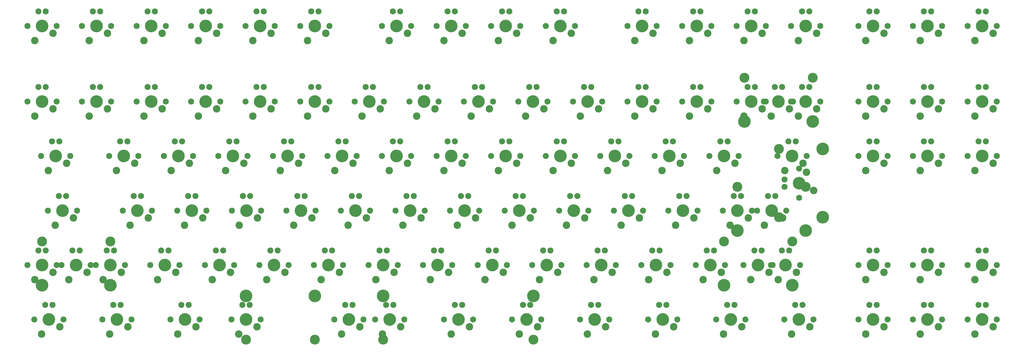
<source format=gbr>
G04 #@! TF.GenerationSoftware,KiCad,Pcbnew,5.1.5-52549c5~84~ubuntu16.04.1*
G04 #@! TF.CreationDate,2019-12-22T20:02:01+06:00*
G04 #@! TF.ProjectId,wasd-keyboard,77617364-2d6b-4657-9962-6f6172642e6b,rev?*
G04 #@! TF.SameCoordinates,Original*
G04 #@! TF.FileFunction,Soldermask,Top*
G04 #@! TF.FilePolarity,Negative*
%FSLAX46Y46*%
G04 Gerber Fmt 4.6, Leading zero omitted, Abs format (unit mm)*
G04 Created by KiCad (PCBNEW 5.1.5-52549c5~84~ubuntu16.04.1) date 2019-12-22 20:02:01*
%MOMM*%
%LPD*%
G04 APERTURE LIST*
%ADD10C,2.600000*%
%ADD11C,4.400000*%
%ADD12C,2.100000*%
%ADD13C,3.450000*%
G04 APERTURE END LIST*
D10*
X57500000Y-117000000D03*
X63850000Y-114460000D03*
D11*
X60040000Y-111920000D03*
D12*
X65120000Y-111920000D03*
X54960000Y-111920000D03*
X58770000Y-106840000D03*
X61310000Y-106840000D03*
D10*
X76500000Y-117000000D03*
X82850000Y-114460000D03*
D11*
X79040000Y-111920000D03*
D12*
X84120000Y-111920000D03*
X73960000Y-111920000D03*
X77770000Y-106840000D03*
X80310000Y-106840000D03*
D10*
X95500000Y-117000000D03*
X101850000Y-114460000D03*
D11*
X98040000Y-111920000D03*
D12*
X103120000Y-111920000D03*
X92960000Y-111920000D03*
X96770000Y-106840000D03*
X99310000Y-106840000D03*
D10*
X114500000Y-117000000D03*
X120850000Y-114460000D03*
D11*
X117040000Y-111920000D03*
D12*
X122120000Y-111920000D03*
X111960000Y-111920000D03*
X115770000Y-106840000D03*
X118310000Y-106840000D03*
D10*
X133500000Y-117000000D03*
X139850000Y-114460000D03*
D11*
X136040000Y-111920000D03*
D12*
X141120000Y-111920000D03*
X130960000Y-111920000D03*
X134770000Y-106840000D03*
X137310000Y-106840000D03*
X156310000Y-106840000D03*
X153770000Y-106840000D03*
X149960000Y-111920000D03*
X160120000Y-111920000D03*
D11*
X155040000Y-111920000D03*
D10*
X158850000Y-114460000D03*
X152500000Y-117000000D03*
D12*
X184810000Y-106840000D03*
X182270000Y-106840000D03*
X178460000Y-111920000D03*
X188620000Y-111920000D03*
D11*
X183540000Y-111920000D03*
D10*
X187350000Y-114460000D03*
X181000000Y-117000000D03*
X200000000Y-117000000D03*
X206350000Y-114460000D03*
D11*
X202540000Y-111920000D03*
D12*
X207620000Y-111920000D03*
X197460000Y-111920000D03*
X201270000Y-106840000D03*
X203810000Y-106840000D03*
X222810000Y-106840000D03*
X220270000Y-106840000D03*
X216460000Y-111920000D03*
X226620000Y-111920000D03*
D11*
X221540000Y-111920000D03*
D10*
X225350000Y-114460000D03*
X219000000Y-117000000D03*
X238000000Y-117000000D03*
X244350000Y-114460000D03*
D11*
X240540000Y-111920000D03*
D12*
X245620000Y-111920000D03*
X235460000Y-111920000D03*
X239270000Y-106840000D03*
X241810000Y-106840000D03*
D10*
X266500000Y-117000000D03*
X272850000Y-114460000D03*
D11*
X269040000Y-111920000D03*
D12*
X274120000Y-111920000D03*
X263960000Y-111920000D03*
X267770000Y-106840000D03*
X270310000Y-106840000D03*
X289310000Y-106840000D03*
X286770000Y-106840000D03*
X282960000Y-111920000D03*
X293120000Y-111920000D03*
D11*
X288040000Y-111920000D03*
D10*
X291850000Y-114460000D03*
X285500000Y-117000000D03*
X304500000Y-117000000D03*
X310850000Y-114460000D03*
D11*
X307040000Y-111920000D03*
D12*
X312120000Y-111920000D03*
X301960000Y-111920000D03*
X305770000Y-106840000D03*
X308310000Y-106840000D03*
X327310000Y-106840000D03*
X324770000Y-106840000D03*
X320960000Y-111920000D03*
X331120000Y-111920000D03*
D11*
X326040000Y-111920000D03*
D10*
X329850000Y-114460000D03*
X323500000Y-117000000D03*
D12*
X350710000Y-106840000D03*
X348170000Y-106840000D03*
X344360000Y-111920000D03*
X354520000Y-111920000D03*
D11*
X349440000Y-111920000D03*
D10*
X353250000Y-114460000D03*
X346900000Y-117000000D03*
X365900000Y-117000000D03*
X372250000Y-114460000D03*
D11*
X368440000Y-111920000D03*
D12*
X373520000Y-111920000D03*
X363360000Y-111920000D03*
X367170000Y-106840000D03*
X369710000Y-106840000D03*
X388710000Y-106840000D03*
X386170000Y-106840000D03*
X382360000Y-111920000D03*
X392520000Y-111920000D03*
D11*
X387440000Y-111920000D03*
D10*
X391250000Y-114460000D03*
X384900000Y-117000000D03*
D12*
X61310000Y-133140000D03*
X58770000Y-133140000D03*
X54960000Y-138220000D03*
X65120000Y-138220000D03*
D11*
X60040000Y-138220000D03*
D10*
X63850000Y-140760000D03*
X57500000Y-143300000D03*
X76500000Y-143300000D03*
X82850000Y-140760000D03*
D11*
X79040000Y-138220000D03*
D12*
X84120000Y-138220000D03*
X73960000Y-138220000D03*
X77770000Y-133140000D03*
X80310000Y-133140000D03*
X99310000Y-133140000D03*
X96770000Y-133140000D03*
X92960000Y-138220000D03*
X103120000Y-138220000D03*
D11*
X98040000Y-138220000D03*
D10*
X101850000Y-140760000D03*
X95500000Y-143300000D03*
X114500000Y-143300000D03*
X120850000Y-140760000D03*
D11*
X117040000Y-138220000D03*
D12*
X122120000Y-138220000D03*
X111960000Y-138220000D03*
X115770000Y-133140000D03*
X118310000Y-133140000D03*
D10*
X133500000Y-143300000D03*
X139850000Y-140760000D03*
D11*
X136040000Y-138220000D03*
D12*
X141120000Y-138220000D03*
X130960000Y-138220000D03*
X134770000Y-133140000D03*
X137310000Y-133140000D03*
D10*
X152500000Y-143300000D03*
X158850000Y-140760000D03*
D11*
X155040000Y-138220000D03*
D12*
X160120000Y-138220000D03*
X149960000Y-138220000D03*
X153770000Y-133140000D03*
X156310000Y-133140000D03*
D10*
X171500000Y-143300000D03*
X177850000Y-140760000D03*
D11*
X174040000Y-138220000D03*
D12*
X179120000Y-138220000D03*
X168960000Y-138220000D03*
X172770000Y-133140000D03*
X175310000Y-133140000D03*
X194310000Y-133140000D03*
X191770000Y-133140000D03*
X187960000Y-138220000D03*
X198120000Y-138220000D03*
D11*
X193040000Y-138220000D03*
D10*
X196850000Y-140760000D03*
X190500000Y-143300000D03*
X209500000Y-143300000D03*
X215850000Y-140760000D03*
D11*
X212040000Y-138220000D03*
D12*
X217120000Y-138220000D03*
X206960000Y-138220000D03*
X210770000Y-133140000D03*
X213310000Y-133140000D03*
D10*
X228500000Y-143300000D03*
X234850000Y-140760000D03*
D11*
X231040000Y-138220000D03*
D12*
X236120000Y-138220000D03*
X225960000Y-138220000D03*
X229770000Y-133140000D03*
X232310000Y-133140000D03*
D10*
X247500000Y-143300000D03*
X253850000Y-140760000D03*
D11*
X250040000Y-138220000D03*
D12*
X255120000Y-138220000D03*
X244960000Y-138220000D03*
X248770000Y-133140000D03*
X251310000Y-133140000D03*
D10*
X266500000Y-143300000D03*
X272850000Y-140760000D03*
D11*
X269040000Y-138220000D03*
D12*
X274120000Y-138220000D03*
X263960000Y-138220000D03*
X267770000Y-133140000D03*
X270310000Y-133140000D03*
D10*
X285500000Y-143300000D03*
X291850000Y-140760000D03*
D11*
X288040000Y-138220000D03*
D12*
X293120000Y-138220000D03*
X282960000Y-138220000D03*
X286770000Y-133140000D03*
X289310000Y-133140000D03*
D10*
X304500000Y-143300000D03*
X310850000Y-140760000D03*
D11*
X307040000Y-138220000D03*
D12*
X312120000Y-138220000D03*
X301960000Y-138220000D03*
X305770000Y-133140000D03*
X308310000Y-133140000D03*
D10*
X323500000Y-143300000D03*
X329850000Y-140760000D03*
D11*
X326040000Y-138220000D03*
D12*
X331120000Y-138220000D03*
X320960000Y-138220000D03*
X324770000Y-133140000D03*
X327310000Y-133140000D03*
D10*
X346900000Y-143300000D03*
X353250000Y-140760000D03*
D11*
X349440000Y-138220000D03*
D12*
X354520000Y-138220000D03*
X344360000Y-138220000D03*
X348170000Y-133140000D03*
X350710000Y-133140000D03*
D10*
X365900000Y-143300000D03*
X372250000Y-140760000D03*
D11*
X368440000Y-138220000D03*
D12*
X373520000Y-138220000D03*
X363360000Y-138220000D03*
X367170000Y-133140000D03*
X369710000Y-133140000D03*
X388710000Y-133140000D03*
X386170000Y-133140000D03*
X382360000Y-138220000D03*
X392520000Y-138220000D03*
D11*
X387440000Y-138220000D03*
D10*
X391250000Y-140760000D03*
X384900000Y-143300000D03*
D12*
X89810000Y-152140000D03*
X87270000Y-152140000D03*
X83460000Y-157220000D03*
X93620000Y-157220000D03*
D11*
X88540000Y-157220000D03*
D10*
X92350000Y-159760000D03*
X86000000Y-162300000D03*
D12*
X108810000Y-152140000D03*
X106270000Y-152140000D03*
X102460000Y-157220000D03*
X112620000Y-157220000D03*
D11*
X107540000Y-157220000D03*
D10*
X111350000Y-159760000D03*
X105000000Y-162300000D03*
D12*
X127810000Y-152140000D03*
X125270000Y-152140000D03*
X121460000Y-157220000D03*
X131620000Y-157220000D03*
D11*
X126540000Y-157220000D03*
D10*
X130350000Y-159760000D03*
X124000000Y-162300000D03*
D12*
X146810000Y-152140000D03*
X144270000Y-152140000D03*
X140460000Y-157220000D03*
X150620000Y-157220000D03*
D11*
X145540000Y-157220000D03*
D10*
X149350000Y-159760000D03*
X143000000Y-162300000D03*
D12*
X165810000Y-152140000D03*
X163270000Y-152140000D03*
X159460000Y-157220000D03*
X169620000Y-157220000D03*
D11*
X164540000Y-157220000D03*
D10*
X168350000Y-159760000D03*
X162000000Y-162300000D03*
X181000000Y-162300000D03*
X187350000Y-159760000D03*
D11*
X183540000Y-157220000D03*
D12*
X188620000Y-157220000D03*
X178460000Y-157220000D03*
X182270000Y-152140000D03*
X184810000Y-152140000D03*
X203810000Y-152140000D03*
X201270000Y-152140000D03*
X197460000Y-157220000D03*
X207620000Y-157220000D03*
D11*
X202540000Y-157220000D03*
D10*
X206350000Y-159760000D03*
X200000000Y-162300000D03*
D12*
X222810000Y-152140000D03*
X220270000Y-152140000D03*
X216460000Y-157220000D03*
X226620000Y-157220000D03*
D11*
X221540000Y-157220000D03*
D10*
X225350000Y-159760000D03*
X219000000Y-162300000D03*
D12*
X241810000Y-152140000D03*
X239270000Y-152140000D03*
X235460000Y-157220000D03*
X245620000Y-157220000D03*
D11*
X240540000Y-157220000D03*
D10*
X244350000Y-159760000D03*
X238000000Y-162300000D03*
D12*
X260810000Y-152140000D03*
X258270000Y-152140000D03*
X254460000Y-157220000D03*
X264620000Y-157220000D03*
D11*
X259540000Y-157220000D03*
D10*
X263350000Y-159760000D03*
X257000000Y-162300000D03*
D12*
X279810000Y-152140000D03*
X277270000Y-152140000D03*
X273460000Y-157220000D03*
X283620000Y-157220000D03*
D11*
X278540000Y-157220000D03*
D10*
X282350000Y-159760000D03*
X276000000Y-162300000D03*
D12*
X298810000Y-152140000D03*
X296270000Y-152140000D03*
X292460000Y-157220000D03*
X302620000Y-157220000D03*
D11*
X297540000Y-157220000D03*
D10*
X301350000Y-159760000D03*
X295000000Y-162300000D03*
X346900000Y-162300000D03*
X353250000Y-159760000D03*
D11*
X349440000Y-157220000D03*
D12*
X354520000Y-157220000D03*
X344360000Y-157220000D03*
X348170000Y-152140000D03*
X350710000Y-152140000D03*
D10*
X365900000Y-162300000D03*
X372250000Y-159760000D03*
D11*
X368440000Y-157220000D03*
D12*
X373520000Y-157220000D03*
X363360000Y-157220000D03*
X367170000Y-152140000D03*
X369710000Y-152140000D03*
D10*
X384900000Y-162300000D03*
X391250000Y-159760000D03*
D11*
X387440000Y-157220000D03*
D12*
X392520000Y-157220000D03*
X382360000Y-157220000D03*
X386170000Y-152140000D03*
X388710000Y-152140000D03*
D10*
X90700000Y-181300000D03*
X97050000Y-178760000D03*
D11*
X93240000Y-176220000D03*
D12*
X98320000Y-176220000D03*
X88160000Y-176220000D03*
X91970000Y-171140000D03*
X94510000Y-171140000D03*
D10*
X109700000Y-181300000D03*
X116050000Y-178760000D03*
D11*
X112240000Y-176220000D03*
D12*
X117320000Y-176220000D03*
X107160000Y-176220000D03*
X110970000Y-171140000D03*
X113510000Y-171140000D03*
D10*
X128700000Y-181300000D03*
X135050000Y-178760000D03*
D11*
X131240000Y-176220000D03*
D12*
X136320000Y-176220000D03*
X126160000Y-176220000D03*
X129970000Y-171140000D03*
X132510000Y-171140000D03*
D10*
X147700000Y-181300000D03*
X154050000Y-178760000D03*
D11*
X150240000Y-176220000D03*
D12*
X155320000Y-176220000D03*
X145160000Y-176220000D03*
X148970000Y-171140000D03*
X151510000Y-171140000D03*
D10*
X166700000Y-181300000D03*
X173050000Y-178760000D03*
D11*
X169240000Y-176220000D03*
D12*
X174320000Y-176220000D03*
X164160000Y-176220000D03*
X167970000Y-171140000D03*
X170510000Y-171140000D03*
D10*
X185700000Y-181300000D03*
X192050000Y-178760000D03*
D11*
X188240000Y-176220000D03*
D12*
X193320000Y-176220000D03*
X183160000Y-176220000D03*
X186970000Y-171140000D03*
X189510000Y-171140000D03*
D10*
X204700000Y-181300000D03*
X211050000Y-178760000D03*
D11*
X207240000Y-176220000D03*
D12*
X212320000Y-176220000D03*
X202160000Y-176220000D03*
X205970000Y-171140000D03*
X208510000Y-171140000D03*
D10*
X223700000Y-181300000D03*
X230050000Y-178760000D03*
D11*
X226240000Y-176220000D03*
D12*
X231320000Y-176220000D03*
X221160000Y-176220000D03*
X224970000Y-171140000D03*
X227510000Y-171140000D03*
D10*
X242700000Y-181300000D03*
X249050000Y-178760000D03*
D11*
X245240000Y-176220000D03*
D12*
X250320000Y-176220000D03*
X240160000Y-176220000D03*
X243970000Y-171140000D03*
X246510000Y-171140000D03*
X265510000Y-171140000D03*
X262970000Y-171140000D03*
X259160000Y-176220000D03*
X269320000Y-176220000D03*
D11*
X264240000Y-176220000D03*
D10*
X268050000Y-178760000D03*
X261700000Y-181300000D03*
D12*
X284510000Y-171140000D03*
X281970000Y-171140000D03*
X278160000Y-176220000D03*
X288320000Y-176220000D03*
D11*
X283240000Y-176220000D03*
D10*
X287050000Y-178760000D03*
X280700000Y-181300000D03*
D12*
X303510000Y-171140000D03*
X300970000Y-171140000D03*
X297160000Y-176220000D03*
X307320000Y-176220000D03*
D11*
X302240000Y-176220000D03*
D10*
X306050000Y-178760000D03*
X299700000Y-181300000D03*
D12*
X61310000Y-190140000D03*
X58770000Y-190140000D03*
X54960000Y-195220000D03*
X65120000Y-195220000D03*
D11*
X60040000Y-195220000D03*
D10*
X63850000Y-197760000D03*
X57500000Y-200300000D03*
D12*
X85110000Y-190140000D03*
X82570000Y-190140000D03*
X78760000Y-195220000D03*
X88920000Y-195220000D03*
D11*
X83840000Y-195220000D03*
D10*
X87650000Y-197760000D03*
X81300000Y-200300000D03*
D12*
X104110000Y-190140000D03*
X101570000Y-190140000D03*
X97760000Y-195220000D03*
X107920000Y-195220000D03*
D11*
X102840000Y-195220000D03*
D10*
X106650000Y-197760000D03*
X100300000Y-200300000D03*
D12*
X123110000Y-190140000D03*
X120570000Y-190140000D03*
X116760000Y-195220000D03*
X126920000Y-195220000D03*
D11*
X121840000Y-195220000D03*
D10*
X125650000Y-197760000D03*
X119300000Y-200300000D03*
D12*
X142110000Y-190140000D03*
X139570000Y-190140000D03*
X135760000Y-195220000D03*
X145920000Y-195220000D03*
D11*
X140840000Y-195220000D03*
D10*
X144650000Y-197760000D03*
X138300000Y-200300000D03*
D12*
X161110000Y-190140000D03*
X158570000Y-190140000D03*
X154760000Y-195220000D03*
X164920000Y-195220000D03*
D11*
X159840000Y-195220000D03*
D10*
X163650000Y-197760000D03*
X157300000Y-200300000D03*
D12*
X180110000Y-190140000D03*
X177570000Y-190140000D03*
X173760000Y-195220000D03*
X183920000Y-195220000D03*
D11*
X178840000Y-195220000D03*
D10*
X182650000Y-197760000D03*
X176300000Y-200300000D03*
D12*
X199110000Y-190140000D03*
X196570000Y-190140000D03*
X192760000Y-195220000D03*
X202920000Y-195220000D03*
D11*
X197840000Y-195220000D03*
D10*
X201650000Y-197760000D03*
X195300000Y-200300000D03*
D12*
X218110000Y-190140000D03*
X215570000Y-190140000D03*
X211760000Y-195220000D03*
X221920000Y-195220000D03*
D11*
X216840000Y-195220000D03*
D10*
X220650000Y-197760000D03*
X214300000Y-200300000D03*
D12*
X237110000Y-190140000D03*
X234570000Y-190140000D03*
X230760000Y-195220000D03*
X240920000Y-195220000D03*
D11*
X235840000Y-195220000D03*
D10*
X239650000Y-197760000D03*
X233300000Y-200300000D03*
D12*
X256110000Y-190140000D03*
X253570000Y-190140000D03*
X249760000Y-195220000D03*
X259920000Y-195220000D03*
D11*
X254840000Y-195220000D03*
D10*
X258650000Y-197760000D03*
X252300000Y-200300000D03*
D12*
X275110000Y-190140000D03*
X272570000Y-190140000D03*
X268760000Y-195220000D03*
X278920000Y-195220000D03*
D11*
X273840000Y-195220000D03*
D10*
X277650000Y-197760000D03*
X271300000Y-200300000D03*
X290300000Y-200300000D03*
X296650000Y-197760000D03*
D11*
X292840000Y-195220000D03*
D12*
X297920000Y-195220000D03*
X287760000Y-195220000D03*
X291570000Y-190140000D03*
X294110000Y-190140000D03*
X350710000Y-190140000D03*
X348170000Y-190140000D03*
X344360000Y-195220000D03*
X354520000Y-195220000D03*
D11*
X349440000Y-195220000D03*
D10*
X353250000Y-197760000D03*
X346900000Y-200300000D03*
D12*
X369710000Y-190140000D03*
X367170000Y-190140000D03*
X363360000Y-195220000D03*
X373520000Y-195220000D03*
D11*
X368440000Y-195220000D03*
D10*
X372250000Y-197760000D03*
X365900000Y-200300000D03*
X384900000Y-200300000D03*
X391250000Y-197760000D03*
D11*
X387440000Y-195220000D03*
D12*
X392520000Y-195220000D03*
X382360000Y-195220000D03*
X386170000Y-190140000D03*
X388710000Y-190140000D03*
D10*
X128600000Y-219300000D03*
X134950000Y-216760000D03*
D11*
X131140000Y-214220000D03*
D12*
X136220000Y-214220000D03*
X126060000Y-214220000D03*
X129870000Y-209140000D03*
X132410000Y-209140000D03*
D10*
X314000000Y-143300000D03*
X320350000Y-140760000D03*
D11*
X316540000Y-138220000D03*
D12*
X321620000Y-138220000D03*
X311460000Y-138220000D03*
D11*
X304640000Y-145220000D03*
X328440000Y-145220000D03*
D13*
X328440000Y-129980000D03*
X304640000Y-129980000D03*
D12*
X315270000Y-133140000D03*
X317810000Y-133140000D03*
D10*
X62300000Y-162300000D03*
X68650000Y-159760000D03*
D11*
X64840000Y-157220000D03*
D12*
X69920000Y-157220000D03*
X59760000Y-157220000D03*
X63570000Y-152140000D03*
X66110000Y-152140000D03*
D10*
X64600000Y-181300000D03*
X70950000Y-178760000D03*
D11*
X67140000Y-176220000D03*
D12*
X72220000Y-176220000D03*
X62060000Y-176220000D03*
X65870000Y-171140000D03*
X68410000Y-171140000D03*
D10*
X318700000Y-162300000D03*
X325050000Y-159760000D03*
D11*
X321240000Y-157220000D03*
D12*
X326320000Y-157220000D03*
X316160000Y-157220000D03*
X319970000Y-152140000D03*
X322510000Y-152140000D03*
D10*
X69400000Y-200300000D03*
X75750000Y-197760000D03*
D11*
X71940000Y-195220000D03*
D12*
X77020000Y-195220000D03*
X66860000Y-195220000D03*
D11*
X60040000Y-202220000D03*
X83840000Y-202220000D03*
D13*
X83840000Y-186980000D03*
X60040000Y-186980000D03*
D12*
X70670000Y-190140000D03*
X73210000Y-190140000D03*
D10*
X306900000Y-200300000D03*
X313250000Y-197760000D03*
D11*
X309440000Y-195220000D03*
D12*
X314520000Y-195220000D03*
X304360000Y-195220000D03*
D11*
X297540000Y-202220000D03*
X321340000Y-202220000D03*
D13*
X321340000Y-186980000D03*
X297540000Y-186980000D03*
D12*
X310710000Y-190140000D03*
X308170000Y-190140000D03*
D10*
X316400000Y-200300000D03*
X322750000Y-197760000D03*
D11*
X318940000Y-195220000D03*
D12*
X324020000Y-195220000D03*
X313860000Y-195220000D03*
X317670000Y-190140000D03*
X320210000Y-190140000D03*
D10*
X365900000Y-219300000D03*
X372250000Y-216760000D03*
D11*
X368440000Y-214220000D03*
D12*
X373520000Y-214220000D03*
X363360000Y-214220000D03*
X367170000Y-209140000D03*
X369710000Y-209140000D03*
D10*
X384900000Y-219300000D03*
X391250000Y-216760000D03*
D11*
X387440000Y-214220000D03*
D12*
X392520000Y-214220000D03*
X382360000Y-214220000D03*
X386170000Y-209140000D03*
X388710000Y-209140000D03*
X61170000Y-209140000D03*
X63710000Y-209140000D03*
X57360000Y-214220000D03*
X67520000Y-214220000D03*
D11*
X62440000Y-214220000D03*
D10*
X66250000Y-216760000D03*
X59900000Y-219300000D03*
X83600000Y-219300000D03*
X89950000Y-216760000D03*
D11*
X86140000Y-214220000D03*
D12*
X91220000Y-214220000D03*
X81060000Y-214220000D03*
X87410000Y-209140000D03*
X84870000Y-209140000D03*
D10*
X107300000Y-219300000D03*
X113650000Y-216760000D03*
D11*
X109840000Y-214220000D03*
D12*
X114920000Y-214220000D03*
X104760000Y-214220000D03*
X111110000Y-209140000D03*
X108570000Y-209140000D03*
D10*
X178600000Y-219300000D03*
X184950000Y-216760000D03*
D11*
X181140000Y-214220000D03*
D12*
X186220000Y-214220000D03*
X176060000Y-214220000D03*
D11*
X131140000Y-205980000D03*
X231140000Y-205980000D03*
D13*
X231140000Y-221220000D03*
X131140000Y-221220000D03*
D12*
X179870000Y-209140000D03*
X182410000Y-209140000D03*
D10*
X250000000Y-219300000D03*
X256350000Y-216760000D03*
D11*
X252540000Y-214220000D03*
D12*
X257620000Y-214220000D03*
X247460000Y-214220000D03*
X253810000Y-209140000D03*
X251270000Y-209140000D03*
X274970000Y-209140000D03*
X277510000Y-209140000D03*
X271160000Y-214220000D03*
X281320000Y-214220000D03*
D11*
X276240000Y-214220000D03*
D10*
X280050000Y-216760000D03*
X273700000Y-219300000D03*
X297400000Y-219300000D03*
X303750000Y-216760000D03*
D11*
X299940000Y-214220000D03*
D12*
X305020000Y-214220000D03*
X294860000Y-214220000D03*
X301210000Y-209140000D03*
X298670000Y-209140000D03*
X322370000Y-209140000D03*
X324910000Y-209140000D03*
X318560000Y-214220000D03*
X328720000Y-214220000D03*
D11*
X323640000Y-214220000D03*
D10*
X327450000Y-216760000D03*
X321100000Y-219300000D03*
X346900000Y-219300000D03*
X353250000Y-216760000D03*
D11*
X349440000Y-214220000D03*
D12*
X354520000Y-214220000D03*
X344360000Y-214220000D03*
X348170000Y-209140000D03*
X350710000Y-209140000D03*
D10*
X202600000Y-219300000D03*
X208950000Y-216760000D03*
D11*
X205140000Y-214220000D03*
D12*
X210220000Y-214220000D03*
X200060000Y-214220000D03*
X206410000Y-209140000D03*
X203870000Y-209140000D03*
X227570000Y-209140000D03*
X230110000Y-209140000D03*
X223760000Y-214220000D03*
X233920000Y-214220000D03*
D11*
X228840000Y-214220000D03*
D10*
X232650000Y-216760000D03*
X226300000Y-219300000D03*
X164400000Y-219300000D03*
X170750000Y-216760000D03*
D11*
X166940000Y-214220000D03*
D12*
X172020000Y-214220000D03*
X161860000Y-214220000D03*
D11*
X155040000Y-205980000D03*
X178840000Y-205980000D03*
D13*
X178840000Y-221220000D03*
X155040000Y-221220000D03*
D12*
X168210000Y-209140000D03*
X165670000Y-209140000D03*
D10*
X311600000Y-181300000D03*
X317950000Y-178760000D03*
D11*
X314140000Y-176220000D03*
D12*
X319220000Y-176220000D03*
X309060000Y-176220000D03*
D11*
X302240000Y-183220000D03*
X326040000Y-183220000D03*
D13*
X326040000Y-167980000D03*
X302240000Y-167980000D03*
D12*
X312870000Y-171140000D03*
X315410000Y-171140000D03*
D10*
X328800000Y-169200000D03*
X326260000Y-162850000D03*
D11*
X323720000Y-166660000D03*
D12*
X323720000Y-161580000D03*
X323720000Y-171740000D03*
D11*
X331960000Y-154760000D03*
X331960000Y-178560000D03*
D13*
X316720000Y-178560000D03*
X316720000Y-154760000D03*
D12*
X318640000Y-167930000D03*
X318640000Y-165390000D03*
M02*

</source>
